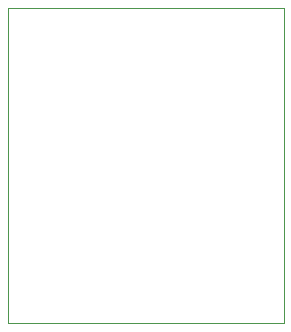
<source format=gm1>
G04 #@! TF.FileFunction,Profile,NP*
%FSLAX46Y46*%
G04 Gerber Fmt 4.6, Leading zero omitted, Abs format (unit mm)*
G04 Created by KiCad (PCBNEW 4.0.5) date 03/13/17 18:48:00*
%MOMM*%
%LPD*%
G01*
G04 APERTURE LIST*
%ADD10C,0.100000*%
G04 APERTURE END LIST*
D10*
X170688000Y-97790000D02*
X147320000Y-97790000D01*
X170688000Y-71120000D02*
X170688000Y-97790000D01*
X147320000Y-71120000D02*
X170688000Y-71120000D01*
X147320000Y-97790000D02*
X147320000Y-71120000D01*
M02*

</source>
